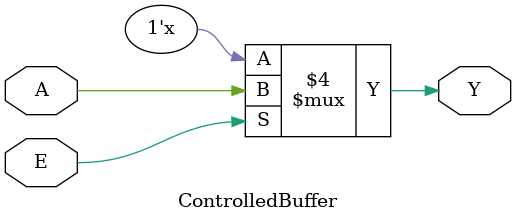
<source format=v>
`timescale 1ns / 1ps


module ControlledBuffer(
    E,A,Y
    );
    input E,A;
    output Y;
    wire E,A;
    reg Y;
    always @(*) 
    begin
        if (E==0) Y=1'bz;
        else Y=A;
    end  
endmodule

</source>
